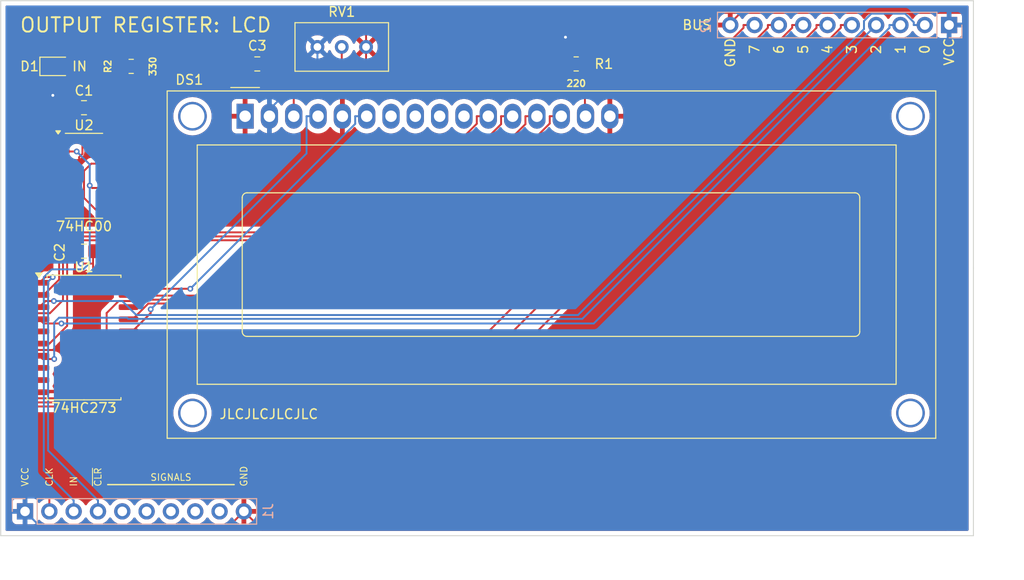
<source format=kicad_pcb>
(kicad_pcb (version 20240108) (generator "pcbnew") (generator_version "8.0")
  (layers (0 "F.Cu" signal) (31 "B.Cu" signal) (34 "B.Paste" user) (35 "F.Paste" user) (36 "B.SilkS" user "B.Silkscreen") (37 "F.SilkS" user "F.Silkscreen") (38 "B.Mask" user) (39 "F.Mask" user) (44 "Edge.Cuts" user))
  (net 0 "")
  (net 1 "VCC")
  (net 2 "GND")
  (net 3 "Net-(D1-A)")
  (net 4 "D2")
  (net 5 "D0")
  (net 7 "D1")
  (net 9 "Net-(DS1-VO)")
  (net 10 "D3")
  (net 11 "D7")
  (net 12 "D6")
  (net 13 "Net-(DS1-LED(+))")
  (net 19 "IN")
  (net 20 "~{CLR}")
  (net 22 "CLK")
  (net 24 "BUS1")
  (net 25 "BUS2")
  (net 26 "BUS3")
  (net 27 "BUS0")
  (net 28 "BUS6")
  (net 29 "BUS7")
  (net 30 "BUS4")
  (net 31 "BUS5")
  (net 32 "Net-(R2-Pad1)")
  (net 35 "Net-(U1-Cp)")
  (net 36 "Net-(U2-Pad3)")
  (net 37 "Net-(U2-Pad12)")
  (footprint "Capacitor_SMD:C_0805_2012Metric" (layer "F.Cu") (at 31.496 31.496 180)
    (property "Reference" "C1" (at 0 1.778 0) (layer "F.SilkS"))
    (property "Value" "C")
    (fp_line (start -0.261252 0.735) (end 0.261252 0.735) (stroke (width 0.12)) (layer "F.SilkS"))
    (fp_line (start -0.261252 -0.735) (end 0.261252 -0.735) (stroke (width 0.12)) (layer "F.SilkS"))
    (pad "1" smd roundrect (at -0.95 0 180) (size 1 1.45) (layers "F.Cu" "F.Paste" "F.Mask") (net 1 "VCC"))
    (pad "2" smd roundrect (at 0.95 0 180) (size 1 1.45) (layers "F.Cu" "F.Paste" "F.Mask") (net 2 "GND"))
  )
  (footprint "Package_SO:SO-14_3.9x8.65mm_P1.27mm" (layer "F.Cu") (at 31.496 38.608)
    (property "Reference" "U2" (at 0 -5.28 0) (layer "F.SilkS"))
    (property "Value" "74HC00" (at 0 5.28 0) (layer "F.SilkS"))
    (fp_line (start 0 -4.435) (end -1.95 -4.435) (stroke (width 0.12)) (layer "F.SilkS"))
    (fp_line (start 0 -4.435) (end 1.95 -4.435) (stroke (width 0.12)) (layer "F.SilkS"))
    (fp_line (start 0 4.435) (end -1.95 4.435) (stroke (width 0.12)) (layer "F.SilkS"))
    (fp_line (start 0 4.435) (end 1.95 4.435) (stroke (width 0.12)) (layer "F.SilkS"))
    (fp_poly (pts (xy -2.7 -4.37) (xy -2.94 -4.7) (xy -2.46 -4.7) (xy -2.7 -4.37)) (stroke (width 0.12)) (fill solid) (layer "F.SilkS"))
    (pad "1" smd roundrect (at -2.475 -3.81) (size 1.95 0.6) (layers "F.Cu" "F.Paste" "F.Mask") (net 22 "CLK"))
    (pad "2" smd roundrect (at -2.475 -2.54) (size 1.95 0.6) (layers "F.Cu" "F.Paste" "F.Mask") (net 19 "IN"))
    (pad "3" smd roundrect (at -2.475 -1.27) (size 1.95 0.6) (layers "F.Cu" "F.Paste" "F.Mask") (net 36 "Net-(U2-Pad3)"))
    (pad "4" smd roundrect (at -2.475 0) (size 1.95 0.6) (layers "F.Cu" "F.Paste" "F.Mask") (net 36 "Net-(U2-Pad3)"))
    (pad "5" smd roundrect (at -2.475 1.27) (size 1.95 0.6) (layers "F.Cu" "F.Paste" "F.Mask") (net 36 "Net-(U2-Pad3)"))
    (pad "6" smd roundrect (at -2.475 2.54) (size 1.95 0.6) (layers "F.Cu" "F.Paste" "F.Mask") (net 35 "Net-(U1-Cp)"))
    (pad "7" smd roundrect (at -2.475 3.81) (size 1.95 0.6) (layers "F.Cu" "F.Paste" "F.Mask") (net 2 "GND"))
    (pad "8" smd roundrect (at 2.475 3.81) (size 1.95 0.6) (layers "F.Cu" "F.Paste" "F.Mask") (net 37 "Net-(U2-Pad12)"))
    (pad "9" smd roundrect (at 2.475 2.54) (size 1.95 0.6) (layers "F.Cu" "F.Paste" "F.Mask") (net 19 "IN"))
    (pad "10" smd roundrect (at 2.475 1.27) (size 1.95 0.6) (layers "F.Cu" "F.Paste" "F.Mask") (net 19 "IN"))
    (pad "11" smd roundrect (at 2.475 0) (size 1.95 0.6) (layers "F.Cu" "F.Paste" "F.Mask") (net 32 "Net-(R2-Pad1)"))
    (pad "12" smd roundrect (at 2.475 -1.27) (size 1.95 0.6) (layers "F.Cu" "F.Paste" "F.Mask") (net 37 "Net-(U2-Pad12)"))
    (pad "13" smd roundrect (at 2.475 -2.54) (size 1.95 0.6) (layers "F.Cu" "F.Paste" "F.Mask") (net 37 "Net-(U2-Pad12)"))
    (pad "14" smd roundrect (at 2.475 -3.81) (size 1.95 0.6) (layers "F.Cu" "F.Paste" "F.Mask") (net 1 "VCC"))
  )
  (footprint "Resistor_SMD:R_0805_2012Metric" (layer "F.Cu") (at 36.4255 27.178 180)
    (property "Reference" "R2" (at 2.4365 0 -90) (layer "F.SilkS") (effects (font (size 0.7 0.7))))
    (property "Value" "330" (at -2.2625 0 -90) (layer "F.SilkS") (effects (font (size 0.7 0.7))))
    (fp_line (start -0.227064 0.735) (end 0.227064 0.735) (stroke (width 0.12)) (layer "F.SilkS"))
    (fp_line (start -0.227064 -0.735) (end 0.227064 -0.735) (stroke (width 0.12)) (layer "F.SilkS"))
    (pad "1" smd roundrect (at -0.9125 0 180) (size 1.025 1.4) (layers "F.Cu" "F.Paste" "F.Mask") (roundrect_rratio 0.243902) (net 32 "Net-(R2-Pad1)"))
    (pad "2" smd roundrect (at 0.9125 0 180) (size 1.025 1.4) (layers "F.Cu" "F.Paste" "F.Mask") (roundrect_rratio 0.243902) (net 3 "Net-(D1-A)"))
  )
  (footprint "Potentiometer_THT:Potentiometer_Bourns_3296W_Vertical" (layer "F.Cu") (at 60.96 25.146)
    (property "Reference" "RV1" (at -2.54 -3.66 0) (layer "F.SilkS"))
    (property "Value" "10k")
    (fp_line (start -7.425 -2.53) (end -7.425 2.54) (stroke (width 0.12)) (layer "F.SilkS"))
    (fp_line (start -7.425 -2.53) (end 2.345 -2.53) (stroke (width 0.12)) (layer "F.SilkS"))
    (fp_line (start -7.425 2.54) (end 2.345 2.54) (stroke (width 0.12)) (layer "F.SilkS"))
    (fp_line (start 2.345 -2.53) (end 2.345 2.54) (stroke (width 0.12)) (layer "F.SilkS"))
    (pad "1" thru_hole circle (at 0 0) (size 1.44 1.44) (drill 0.8) (layers "*.Cu" "*.Mask") (net 2 "GND"))
    (pad "2" thru_hole circle (at -2.54 0) (size 1.44 1.44) (drill 0.8) (layers "*.Cu" "*.Mask") (net 9 "Net-(DS1-VO)"))
    (pad "3" thru_hole circle (at -5.08 0) (size 1.44 1.44) (drill 0.8) (layers "*.Cu" "*.Mask") (net 1 "VCC"))
  )
  (footprint "Capacitor_SMD:C_0805_2012Metric" (layer "F.Cu") (at 31.496 46.482 180)
    (property "Reference" "C2" (at 2.54 -0.127 90) (layer "F.SilkS"))
    (property "Value" "C")
    (fp_line (start -0.261252 0.735) (end 0.261252 0.735) (stroke (width 0.12)) (layer "F.SilkS"))
    (fp_line (start -0.261252 -0.735) (end 0.261252 -0.735) (stroke (width 0.12)) (layer "F.SilkS"))
    (pad "1" smd roundrect (at -0.95 0 180) (size 1 1.45) (layers "F.Cu" "F.Paste" "F.Mask") (net 1 "VCC"))
    (pad "2" smd roundrect (at 0.95 0 180) (size 1 1.45) (layers "F.Cu" "F.Paste" "F.Mask") (net 2 "GND"))
  )
  (footprint "Capacitor_SMD:C_0805_2012Metric" (layer "F.Cu") (at 49.596 26.924 180)
    (property "Reference" "C3" (at 0 1.905 180) (layer "F.SilkS"))
    (property "Value" "C")
    (fp_line (start -0.261252 0.735) (end 0.261252 0.735) (stroke (width 0.12)) (layer "F.SilkS"))
    (fp_line (start -0.261252 -0.735) (end 0.261252 -0.735) (stroke (width 0.12)) (layer "F.SilkS"))
    (pad "1" smd roundrect (at -0.95 0 180) (size 1 1.45) (layers "F.Cu" "F.Paste" "F.Mask") (net 1 "VCC"))
    (pad "2" smd roundrect (at 0.95 0 180) (size 1 1.45) (layers "F.Cu" "F.Paste" "F.Mask") (net 2 "GND"))
  )
  (footprint "LED_SMD:LED_0805_2012Metric" (layer "F.Cu") (at 28.5735 27.178)
    (property "Reference" "D1" (at -1.685 0 0) (layer "F.SilkS") (effects (justify right)))
    (property "Value" "IN" (at 2.4615 0 0) (layer "F.SilkS"))
    (fp_line (start -1.685 -0.96) (end -1.685 0.96) (stroke (width 0.12)) (layer "F.SilkS"))
    (fp_line (start -1.685 0.96) (end 1 0.96) (stroke (width 0.12)) (layer "F.SilkS"))
    (fp_line (start 1 -0.96) (end -1.685 -0.96) (stroke (width 0.12)) (layer "F.SilkS"))
    (pad "1" smd roundrect (at -0.9375 0) (size 0.975 1.4) (layers "F.Cu" "F.Paste" "F.Mask") (net 2 "GND"))
    (pad "2" smd roundrect (at 0.9375 0) (size 0.975 1.4) (layers "F.Cu" "F.Paste" "F.Mask") (net 3 "Net-(D1-A)"))
  )
  (footprint "Package_SO:SOIC-20W_7.5x12.8mm_P1.27mm" (layer "F.Cu") (at 31.496 55.499)
    (property "Reference" "U1" (at 0 -7.35 0) (layer "F.SilkS"))
    (property "Value" "74HC273" (at 0 7.35 0) (layer "F.SilkS"))
    (fp_line (start -3.86 -6.51) (end -3.86 -6.275) (stroke (width 0.12)) (layer "F.SilkS"))
    (fp_line (start -3.86 6.51) (end -3.86 6.275) (stroke (width 0.12)) (layer "F.SilkS"))
    (fp_line (start 0 -6.51) (end -3.86 -6.51) (stroke (width 0.12)) (layer "F.SilkS"))
    (fp_line (start 0 -6.51) (end 3.86 -6.51) (stroke (width 0.12)) (layer "F.SilkS"))
    (fp_line (start 0 6.51) (end -3.86 6.51) (stroke (width 0.12)) (layer "F.SilkS"))
    (fp_line (start 0 6.51) (end 3.86 6.51) (stroke (width 0.12)) (layer "F.SilkS"))
    (fp_line (start 3.86 -6.51) (end 3.86 -6.275) (stroke (width 0.12)) (layer "F.SilkS"))
    (fp_line (start 3.86 6.51) (end 3.86 6.275) (stroke (width 0.12)) (layer "F.SilkS"))
    (fp_poly (pts (xy -4.7125 -6.275) (xy -5.0525 -6.745) (xy -4.3725 -6.745) (xy -4.7125 -6.275)) (stroke (width 0.12)) (fill solid) (layer "F.SilkS"))
    (pad "1" smd roundrect (at -4.65 -5.715) (size 2.05 0.6) (layers "F.Cu" "F.Paste" "F.Mask") (net 20 "~{CLR}"))
    (pad "2" smd roundrect (at -4.65 -4.445) (size 2.05 0.6) (layers "F.Cu" "F.Paste" "F.Mask") (net 5 "D0"))
    (pad "3" smd roundrect (at -4.65 -3.175) (size 2.05 0.6) (layers "F.Cu" "F.Paste" "F.Mask") (net 27 "BUS0"))
    (pad "4" smd roundrect (at -4.65 -1.905) (size 2.05 0.6) (layers "F.Cu" "F.Paste" "F.Mask") (net 24 "BUS1"))
    (pad "5" smd roundrect (at -4.65 -0.635) (size 2.05 0.6) (layers "F.Cu" "F.Paste" "F.Mask") (net 7 "D1"))
    (pad "6" smd roundrect (at -4.65 0.635) (size 2.05 0.6) (layers "F.Cu" "F.Paste" "F.Mask") (net 4 "D2"))
    (pad "7" smd roundrect (at -4.65 1.905) (size 2.05 0.6) (layers "F.Cu" "F.Paste" "F.Mask") (net 25 "BUS2"))
    (pad "8" smd roundrect (at -4.65 3.175) (size 2.05 0.6) (layers "F.Cu" "F.Paste" "F.Mask") (net 26 "BUS3"))
    (pad "9" smd roundrect (at -4.65 4.445) (size 2.05 0.6) (layers "F.Cu" "F.Paste" "F.Mask") (net 10 "D3"))
    (pad "10" smd roundrect (at -4.65 5.715) (size 2.05 0.6) (layers "F.Cu" "F.Paste" "F.Mask") (net 2 "GND"))
    (pad "11" smd roundrect (at 4.65 5.715) (size 2.05 0.6) (layers "F.Cu" "F.Paste" "F.Mask") (net 35 "Net-(U1-Cp)"))
    (pad "12" smd roundrect (at 4.65 4.445) (size 2.05 0.6) (layers "F.Cu" "F.Paste" "F.Mask"))
    (pad "13" smd roundrect (at 4.65 3.175) (size 2.05 0.6) (layers "F.Cu" "F.Paste" "F.Mask") (net 30 "BUS4"))
    (pad "14" smd roundrect (at 4.65 1.905) (size 2.05 0.6) (layers "F.Cu" "F.Paste" "F.Mask") (net 31 "BUS5"))
    (pad "15" smd roundrect (at 4.65 0.635) (size 2.05 0.6) (layers "F.Cu" "F.Paste" "F.Mask"))
    (pad "16" smd roundrect (at 4.65 -0.635) (size 2.05 0.6) (layers "F.Cu" "F.Paste" "F.Mask") (net 12 "D6"))
    (pad "17" smd roundrect (at 4.65 -1.905) (size 2.05 0.6) (layers "F.Cu" "F.Paste" "F.Mask") (net 28 "BUS6"))
    (pad "18" smd roundrect (at 4.65 -3.175) (size 2.05 0.6) (layers "F.Cu" "F.Paste" "F.Mask") (net 29 "BUS7"))
    (pad "19" smd roundrect (at 4.65 -4.445) (size 2.05 0.6) (layers "F.Cu" "F.Paste" "F.Mask") (net 11 "D7"))
    (pad "20" smd roundrect (at 4.65 -5.715) (size 2.05 0.6) (layers "F.Cu" "F.Paste" "F.Mask") (net 1 "VCC"))
  )
  (footprint "Display:WC1602A" (layer "F.Cu") (at 48.325 32.385)
    (property "Reference" "DS1" (at -5.82 -3.81 0) (layer "F.SilkS"))
    (property "Value" "WC1602A")
    (fp_line (start -8.14 -2.64) (end -8.14 33.64) (stroke (width 0.12)) (layer "F.SilkS"))
    (fp_line (start -8.14 33.64) (end 72.14 33.64) (stroke (width 0.12)) (layer "F.SilkS"))
    (fp_line (start -8.13 -2.64) (end -7.34 -2.64) (stroke (width 0.12)) (layer "F.SilkS"))
    (fp_line (start -5 3) (end 68 3) (stroke (width 0.12)) (layer "F.SilkS"))
    (fp_line (start -5 28) (end -5 3) (stroke (width 0.12)) (layer "F.SilkS"))
    (fp_line (start -1.5 -3) (end 1.5 -3) (stroke (width 0.12)) (layer "F.SilkS"))
    (fp_line (start -0.29972 22.49932) (end -0.29972 8.5) (stroke (width 0.12)) (layer "F.SilkS"))
    (fp_line (start 0.2 8) (end 63.7 8) (stroke (width 0.12)) (layer "F.SilkS"))
    (fp_line (start 63.70066 23) (end 0.2 23) (stroke (width 0.12)) (layer "F.SilkS"))
    (fp_line (start 64.2 8.5) (end 64.2 22.5) (stroke (width 0.12)) (layer "F.SilkS"))
    (fp_line (start 68 3) (end 68 28) (stroke (width 0.12)) (layer "F.SilkS"))
    (fp_line (start 68 28) (end -5 28) (stroke (width 0.12)) (layer "F.SilkS"))
    (fp_line (start 72.14 -2.64) (end -7.34 -2.64) (stroke (width 0.12)) (layer "F.SilkS"))
    (fp_line (start 72.14 33.64) (end 72.14 -2.64) (stroke (width 0.12)) (layer "F.SilkS"))
    (fp_arc (start -0.29972 8.49884) (mid -0.153162 8.145018) (end 0.20066 7.99846) (stroke (width 0.12)) (layer "F.SilkS"))
    (fp_arc (start 0.20066 22.9997) (mid -0.153162 22.853142) (end -0.29972 22.49932) (stroke (width 0.12)) (layer "F.SilkS"))
    (fp_arc (start 63.7 8) (mid 64.053553 8.146447) (end 64.2 8.5) (stroke (width 0.12)) (layer "F.SilkS"))
    (fp_arc (start 64.20104 22.49932) (mid 64.054473 22.853115) (end 63.70066 22.9997) (stroke (width 0.12)) (layer "F.SilkS"))
    (pad "" thru_hole circle (at -5.4991 0) (size 3 3) (drill 2.5) (layers "*.Cu" "*.Mask"))
    (pad "" thru_hole circle (at -5.4991 31.0007) (size 3 3) (drill 2.5) (layers "*.Cu" "*.Mask"))
    (pad "" thru_hole circle (at 69.49948 31.0007) (size 3 3) (drill 2.5) (layers "*.Cu" "*.Mask"))
    (pad "" thru_hole circle (at 69.5 0) (size 3 3) (drill 2.5) (layers "*.Cu" "*.Mask"))
    (pad "1" thru_hole rect (at 0 0) (size 1.8 2.6) (drill 1.2) (layers "*.Cu" "*.Mask") (net 2 "GND"))
    (pad "2" thru_hole oval (at 2.54 0) (size 1.8 2.6) (drill 1.2) (layers "*.Cu" "*.Mask") (net 1 "VCC"))
    (pad "3" thru_hole oval (at 5.08 0) (size 1.8 2.6) (drill 1.2) (layers "*.Cu" "*.Mask") (net 9 "Net-(DS1-VO)"))
    (pad "4" thru_hole oval (at 7.62 0) (size 1.8 2.6) (drill 1.2) (layers "*.Cu" "*.Mask") (net 12 "D6"))
    (pad "5" thru_hole oval (at 10.16 0) (size 1.8 2.6) (drill 1.2) (layers "*.Cu" "*.Mask") (net 2 "GND"))
    (pad "6" thru_hole oval (at 12.7 0) (size 1.8 2.6) (drill 1.2) (layers "*.Cu" "*.Mask") (net 11 "D7"))
    (pad "7" thru_hole oval (at 15.24 0) (size 1.8 2.6) (drill 1.2) (layers "*.Cu" "*.Mask"))
    (pad "8" thru_hole oval (at 17.78 0) (size 1.8 2.6) (drill 1.2) (layers "*.Cu" "*.Mask"))
    (pad "9" thru_hole oval (at 20.32 0) (size 1.8 2.6) (drill 1.2) (layers "*.Cu" "*.Mask"))
    (pad "10" thru_hole oval (at 22.86 0) (size 1.8 2.6) (drill 1.2) (layers "*.Cu" "*.Mask"))
    (pad "11" thru_hole oval (at 25.4 0) (size 1.8 2.6) (drill 1.2) (layers "*.Cu" "*.Mask") (net 5 "D0"))
    (pad "12" thru_hole oval (at 27.94 0) (size 1.8 2.6) (drill 1.2) (layers "*.Cu" "*.Mask") (net 7 "D1"))
    (pad "13" thru_hole oval (at 30.48 0) (size 1.8 2.6) (drill 1.2) (layers "*.Cu" "*.Mask") (net 4 "D2"))
    (pad "14" thru_hole oval (at 33.02 0) (size 1.8 2.6) (drill 1.2) (layers "*.Cu" "*.Mask") (net 10 "D3"))
    (pad "15" thru_hole oval (at 35.56 0) (size 1.8 2.6) (drill 1.2) (layers "*.Cu" "*.Mask") (net 13 "Net-(DS1-LED(+))"))
    (pad "16" thru_hole oval (at 38.1 0) (size 1.8 2.6) (drill 1.2) (layers "*.Cu" "*.Mask") (net 2 "GND"))
  )
  (footprint "Resistor_SMD:R_0805_2012Metric" (layer "F.Cu") (at 82.9075 26.924 180)
    (property "Reference" "R1" (at -2.8975 0 0) (layer "F.SilkS"))
    (property "Value" "220" (at 0 -2.032 0) (layer "F.SilkS") (effects (font (size 0.7 0.7))))
    (fp_line (start -0.227064 0.735) (end 0.227064 0.735) (stroke (width 0.12)) (layer "F.SilkS"))
    (fp_line (start -0.227064 -0.735) (end 0.227064 -0.735) (stroke (width 0.12)) (layer "F.SilkS"))
    (pad "1" smd roundrect (at -0.9125 0 180) (size 1.025 1.4) (layers "F.Cu" "F.Paste" "F.Mask") (roundrect_rratio 0.243902) (net 13 "Net-(DS1-LED(+))"))
    (pad "2" smd roundrect (at 0.9125 0 180) (size 1.025 1.4) (layers "F.Cu" "F.Paste" "F.Mask") (roundrect_rratio 0.243902) (net 1 "VCC"))
  )
  (footprint "Connector_PinHeader_2.54mm:PinHeader_1x10_P2.54mm_Vertical" (layer "B.Cu") (at 25.338 73.66 -90)
    (property "Reference" "J1" (at 0 -25.4 90) (layer "B.SilkS") (effects (justify mirror)))
    (property "Value" "SIGNALS" (at -3.556 -15.24 0) (layer "F.SilkS") (effects (font (size 0.7 0.7) (thickness 0.1))))
    (fp_line (start -1.33 1.33) (end -1.33 0) (stroke (width 0.12)) (layer "B.SilkS"))
    (fp_line (start 0 1.33) (end -1.33 1.33) (stroke (width 0.12)) (layer "B.SilkS"))
    (fp_line (start 1.33 -1.27) (end -1.33 -1.27) (stroke (width 0.12)) (layer "B.SilkS"))
    (fp_line (start -1.33 -24.19) (end -1.33 -1.27) (stroke (width 0.12)) (layer "B.SilkS"))
    (fp_line (start 1.33 -24.19) (end 1.33 -1.27) (stroke (width 0.12)) (layer "B.SilkS"))
    (fp_line (start 1.33 -24.19) (end -1.33 -24.19) (stroke (width 0.12)) (layer "B.SilkS"))
    (pad "1" thru_hole rect (at 0 0 270) (size 1.7 1.7) (drill 1) (layers "*.Cu" "*.Mask") (net 1 "VCC"))
    (pad "2" thru_hole oval (at 0 -2.54 270) (size 1.7 1.7) (drill 1) (layers "*.Cu" "*.Mask") (net 22 "CLK"))
    (pad "3" thru_hole oval (at 0 -5.08 270) (size 1.7 1.7) (drill 1) (layers "*.Cu" "*.Mask") (net 19 "IN"))
    (pad "4" thru_hole oval (at 0 -7.62 270) (size 1.7 1.7) (drill 1) (layers "*.Cu" "*.Mask") (net 20 "~{CLR}"))
    (pad "5" thru_hole oval (at 0 -10.16 270) (size 1.7 1.7) (drill 1) (layers "*.Cu" "*.Mask"))
    (pad "6" thru_hole oval (at 0 -12.7 270) (size 1.7 1.7) (drill 1) (layers "*.Cu" "*.Mask"))
    (pad "7" thru_hole oval (at 0 -15.24 270) (size 1.7 1.7) (drill 1) (layers "*.Cu" "*.Mask"))
    (pad "8" thru_hole oval (at 0 -17.78 270) (size 1.7 1.7) (drill 1) (layers "*.Cu" "*.Mask"))
    (pad "9" thru_hole oval (at 0 -20.32 270) (size 1.7 1.7) (drill 1) (layers "*.Cu" "*.Mask"))
    (pad "10" thru_hole oval (at 0 -22.86 270) (size 1.7 1.7) (drill 1) (layers "*.Cu" "*.Mask") (net 2 "GND"))
  )
  (footprint "Connector_PinHeader_2.54mm:PinHeader_1x10_P2.54mm_Vertical" (layer "B.Cu") (at 121.858 22.86 90)
    (property "Reference" "J2" (at 0 -25.4 90) (layer "B.SilkS") (effects (justify mirror)))
    (property "Value" "BUS" (at 0 -27.94 180) (layer "F.SilkS") (effects (justify left)))
    (fp_line (start 1.33 -24.19) (end -1.33 -24.19) (stroke (width 0.12)) (layer "B.SilkS"))
    (fp_line (start 1.33 -24.19) (end 1.33 -1.27) (stroke (width 0.12)) (layer "B.SilkS"))
    (fp_line (start -1.33 -24.19) (end -1.33 -1.27) (stroke (width 0.12)) (layer "B.SilkS"))
    (fp_line (start 1.33 -1.27) (end -1.33 -1.27) (stroke (width 0.12)) (layer "B.SilkS"))
    (fp_line (start 0 1.33) (end -1.33 1.33) (stroke (width 0.12)) (layer "B.SilkS"))
    (fp_line (start -1.33 1.33) (end -1.33 0) (stroke (width 0.12)) (layer "B.SilkS"))
    (pad "1" thru_hole rect (at 0 0 90) (size 1.7 1.7) (drill 1) (layers "*.Cu" "*.Mask") (net 1 "VCC"))
    (pad "2" thru_hole oval (at 0 -2.54 90) (size 1.7 1.7) (drill 1) (layers "*.Cu" "*.Mask") (net 27 "BUS0"))
    (pad "3" thru_hole oval (at 0 -5.08 90) (size 1.7 1.7) (drill 1) (layers "*.Cu" "*.Mask") (net 24 "BUS1"))
    (pad "4" thru_hole oval (at 0 -7.62 90) (size 1.7 1.7) (drill 1) (layers "*.Cu" "*.Mask") (net 25 "BUS2"))
    (pad "5" thru_hole oval (at 0 -10.16 90) (size 1.7 1.7) (drill 1) (layers "*.Cu" "*.Mask") (net 26 "BUS3"))
    (pad "6" thru_hole oval (at 0 -12.7 90) (size 1.7 1.7) (drill 1) (layers "*.Cu" "*.Mask") (net 30 "BUS4"))
    (pad "7" thru_hole oval (at 0 -15.24 90) (size 1.7 1.7) (drill 1) (layers "*.Cu" "*.Mask") (net 31 "BUS5"))
    (pad "8" thru_hole oval (at 0 -17.78 90) (size 1.7 1.7) (drill 1) (layers "*.Cu" "*.Mask") (net 28 "BUS6"))
    (pad "9" thru_hole oval (at 0 -20.32 90) (size 1.7 1.7) (drill 1) (layers "*.Cu" "*.Mask") (net 29 "BUS7"))
    (pad "10" thru_hole oval (at 0 -22.86 90) (size 1.7 1.7) (drill 1) (layers "*.Cu" "*.Mask") (net 2 "GND"))
  )
  (gr_line (start 33.974 70.866) (end 47.182 70.866) (stroke (width 0.15)) (layer "F.SilkS"))
  (gr_line (start 22.798 48.26) (end 22.798 20.32) (stroke (width 0.1)) (layer "Edge.Cuts"))
  (gr_line (start 22.798 20.32) (end 124.398 20.32) (stroke (width 0.1)) (layer "Edge.Cuts"))
  (gr_line (start 22.798 48.26) (end 22.798 76.2) (stroke (width 0.1)) (layer "Edge.Cuts"))
  (gr_line (start 124.398 20.32) (end 124.398 48.26) (stroke (width 0.1)) (layer "Edge.Cuts"))
  (gr_line (start 124.398 48.26) (end 124.398 76.2) (stroke (width 0.1)) (layer "Edge.Cuts"))
  (gr_line (start 124.398 76.2) (end 22.798 76.2) (stroke (width 0.1)) (layer "Edge.Cuts"))
  (gr_text "CLK" (at 27.878 71.12 90) (layer "F.SilkS") (effects (font (size 0.7 0.7) (thickness 0.1)) (justify left)))
  (gr_text "JLCJLCJLCJLC" (at 50.8 63.5 0) (layer "F.SilkS") (effects (font (size 1 1))))
  (gr_text "6" (at 104.078 25.4 90) (layer "F.SilkS") (effects (font (size 1 1))))
  (gr_text "GND" (at 48.198 71.12 90) (layer "F.SilkS") (effects (font (size 0.7 0.7) (thickness 0.1)) (justify left)))
  (gr_text "~{CLR}" (at 32.958 71.12 90) (layer "F.SilkS") (effects (font (size 0.7 0.7) (thickness 0.1)) (justify left)))
  (gr_text "2" (at 114.238 25.4 90) (layer "F.SilkS") (effects (font (size 1 1))))
  (gr_text "7" (at 101.538 25.4 90) (layer "F.SilkS") (effects (font (size 1 1))))
  (gr_text "VCC" (at 121.858 24.13 90) (layer "F.SilkS") (effects (font (size 1 1)) (justify right)))
  (gr_text "1" (at 116.778 25.4 90) (layer "F.SilkS") (effects (font (size 1 1))))
  (gr_text "IN" (at 30.418 71.12 90) (layer "F.SilkS") (effects (font (size 0.7 0.7) (thickness 0.1)) (justify left)))
  (gr_text "VCC" (at 25.338 71.12 90) (layer "F.SilkS") (effects (font (size 0.7 0.7) (thickness 0.1)) (justify left)))
  (gr_text "5" (at 106.618 25.4 90) (layer "F.SilkS") (effects (font (size 1 1))))
  (gr_text "3" (at 111.698 25.4 90) (layer "F.SilkS") (effects (font (size 1 1))))
  (gr_text "0" (at 119.318 25.4 90) (layer "F.SilkS") (effects (font (size 1 1))))
  (gr_text "4" (at 109.158 25.4 90) (layer "F.SilkS") (effects (font (size 1 1))))
  (gr_text "GND" (at 98.998 24.13 90) (layer "F.SilkS") (effects (font (size 1 1)) (justify right)))
  (gr_text "OUTPUT REGISTER: LCD" (at 24.703 22.86 0) (layer "F.SilkS") (effects (font (size 1.5 1.5) (thickness 0.2)) (justify left)))
  (segment (start 32.446 31.8689) (end 30.7816 30.2045) (width 0.2) (layer "F.Cu") (net 1))
  (segment (start 32.446 34.478) (end 32.766 34.798) (width 0.2) (layer "F.Cu") (net 1))
  (segment (start 32.446 32.1601) (end 32.446 31.8689) (width 0.2) (layer "F.Cu") (net 1))
  (segment (start 50.546 26.924) (end 50.546 30.226) (width 0.2) (layer "F.Cu") (net 1))
  (segment (start 32.446 47.7773) (end 32.446 48.956) (width 0.2) (layer "F.Cu") (net 1))
  (segment (start 50.865 30.545) (end 50.865 32.385) (width 0.2) (layer "F.Cu") (net 1))
  (segment (start 32.446 32.1601) (end 32.446 34.478) (width 0.2) (layer "F.Cu") (net 1))
  (segment (start 31.1737 47.7773) (end 32.446 47.7773) (width 0.2) (layer "F.Cu") (net 1))
  (segment (start 32.766 34.798) (end 33.971 34.798) (width 0.2) (layer "F.Cu") (net 1))
  (segment (start 81.995 24.337) (end 81.788 24.13) (width 0.2) (layer "F.Cu") (net 1))
  (segment (start 50.546 30.226) (end 50.865 30.545) (width 0.2) (layer "F.Cu") (net 1))
  (segment (start 32.446 46.482) (end 32.446 47.7773) (width 0.2) (layer "F.Cu") (net 1))
  (segment (start 30.7816 30.2045) (end 28.2419 30.2045) (width 0.2) (layer "F.Cu") (net 1))
  (segment (start 81.995 26.924) (end 81.995 24.337) (width 0.2) (layer "F.Cu") (net 1))
  (segment (start 32.446 31.496) (end 32.446 32.1601) (width 0.2) (layer "F.Cu") (net 1))
  (segment (start 33.274 49.784) (end 36.146 49.784) (width 0.2) (layer "F.Cu") (net 1))
  (segment (start 32.446 48.956) (end 33.274 49.784) (width 0.2) (layer "F.Cu") (net 1))
  (via (at 81.788 24.13) (size 0.6) (drill 0.3) (layers "F.Cu" "B.Cu") (net 1))
  (via (at 28.2419 30.2045) (size 0.6) (drill 0.3) (layers "F.Cu" "B.Cu") (net 1))
  (via (at 31.1737 47.7773) (size 0.6) (drill 0.3) (layers "F.Cu" "B.Cu") (net 1))
  (segment (start 50.865 29.907) (end 50.865 31.685) (width 0.2) (layer "B.Cu") (net 1))
  (segment (start 52.324 22.444) (end 52.324 27.94) (width 0.2) (layer "B.Cu") (net 1))
  (segment (start 121.504 20.92) (end 121.92 21.336) (width 0.2) (layer "B.Cu") (net 1))
  (segment (start 120.142 75.184) (end 26.862 75.184) (width 0.2) (layer "B.Cu") (net 1))
  (segment (start 78.578 20.92) (end 78.232 20.92) (width 0.2) (layer "B.Cu") (net 1))
  (segment (start 28.2419 30.2045) (end 23.622 30.2045) (width 0.2) (layer "B.Cu") (net 1))
  (segment (start 81.788 24.13) (end 78.578 20.92) (width 0.2) (layer "B.Cu") (net 1))
  (segment (start 121.858 73.468) (end 120.142 75.184) (width 0.2) (layer "B.Cu") (net 1))
  (segment (start 121.92 21.336) (end 121.858 21.398) (width 0.2) (layer "B.Cu") (net 1))
  (segment (start 23.622 30.2045) (end 23.622 22.352) (width 0.2) (layer "B.Cu") (net 1))
  (segment (start 23.622 47.6608) (end 31.0572 47.6608) (width 0.2) (layer "B.Cu") (net 1))
  (segment (start 25.338 73.66) (end 25.338 72.328) (width 0.2) (layer "B.Cu") (net 1))
  (segment (start 121.858 21.398) (end 121.858 22.86) (width 0.2) (layer "B.Cu") (net 1))
  (segment (start 51.308 29.464) (end 50.865 29.907) (width 0.2) (layer "B.Cu") (net 1))
  (segment (start 121.858 22.86) (end 121.858 73.468) (width 0.2) (layer "B.Cu") (net 1))
  (segment (start 50.865 32.385) (end 50.865 31.685) (width 0.2) (layer "B.Cu") (net 1))
  (segment (start 23.622 47.6608) (end 23.622 30.2045) (width 0.2) (layer "B.Cu") (net 1))
  (segment (start 23.622 70.358) (end 23.622 47.6608) (width 0.2) (layer "B.Cu") (net 1))
  (segment (start 51.308 28.956) (end 51.308 29.464) (width 0.2) (layer "B.Cu") (net 1))
  (segment (start 50.865 31.685) (end 55.88 26.67) (width 0.2) (layer "B.Cu") (net 1))
  (segment (start 24.13 70.866) (end 23.622 70.358) (width 0.2) (layer "B.Cu") (net 1))
  (segment (start 55.88 26.67) (end 55.88 25.146) (width 0.2) (layer "B.Cu") (net 1))
  (segment (start 31.0572 47.6608) (end 31.1737 47.7773) (width 0.2) (layer "B.Cu") (net 1))
  (segment (start 25.054 20.92) (end 50.8 20.92) (width 0.2) (layer "B.Cu") (net 1))
  (segment (start 50.8 20.92) (end 78.232 20.92) (width 0.2) (layer "B.Cu") (net 1))
  (segment (start 50.8 20.92) (end 52.324 22.444) (width 0.2) (layer "B.Cu") (net 1))
  (segment (start 26.862 75.184) (end 25.338 73.66) (width 0.2) (layer "B.Cu") (net 1))
  (segment (start 78.578 20.92) (end 121.504 20.92) (width 0.2) (layer "B.Cu") (net 1))
  (segment (start 50.865 31.685) (end 50.865 32.385) (width 0.2) (layer "B.Cu") (net 1))
  (segment (start 52.324 27.94) (end 51.308 28.956) (width 0.2) (layer "B.Cu") (net 1))
  (segment (start 78.232 20.92) (end 78.578 20.92) (width 0.2) (layer "B.Cu") (net 1))
  (segment (start 25.338 72.328) (end 24.13 71.12) (width 0.2) (layer "B.Cu") (net 1))
  (segment (start 23.622 22.352) (end 25.054 20.92) (width 0.2) (layer "B.Cu") (net 1))
  (segment (start 24.13 71.12) (end 24.13 70.866) (width 0.2) (layer "B.Cu") (net 1))
  (segment (start 30.988 21.336) (end 27.636 24.688) (width 0.2) (layer "F.Cu") (net 2))
  (segment (start 62.738 21.59) (end 51.562 21.59) (width 0.2) (layer "F.Cu") (net 2))
  (segment (start 60.96 25.146) (end 60.96 27.178) (width 0.2) (layer "F.Cu") (net 2))
  (segment (start 98.998 22.668) (end 98.998 22.86) (width 0.2) (layer "F.Cu") (net 2))
  (segment (start 23.476 22.844) (end 25.146 21.174) (width 0.2) (layer "F.Cu") (net 2))
  (segment (start 25.0909 56.0487) (end 25.0909 46.3481) (width 0.2) (layer "F.Cu") (net 2))
  (segment (start 25.0909 46.3481) (end 29.021 42.418) (width 0.2) (layer "F.Cu") (net 2))
  (segment (start 30.734 61.214) (end 26.846 61.214) (width 0.2) (layer "F.Cu") (net 2))
  (segment (start 30.988 36.6625) (end 30.988 42.418) (width 0.2) (layer "F.Cu") (net 2))
  (segment (start 27.94 31.496) (end 30.546 31.496) (width 0.2) (layer "F.Cu") (net 2))
  (segment (start 48.646 24.506) (end 48.646 26.924) (width 0.2) (layer "F.Cu") (net 2))
  (segment (start 122.936 73.66) (end 123.698 72.898) (width 0.2) (layer "F.Cu") (net 2))
  (segment (start 27.636 27.178) (end 27.636 31.192) (width 0.2) (layer "F.Cu") (net 2))
  (segment (start 30.546 31.496) (end 30.546 32.578) (width 0.2) (layer "F.Cu") (net 2))
  (segment (start 50.138 75.6) (end 121.504 75.6) (width 0.2) (layer "F.Cu") (net 2))
  (segment (start 30.826 20.92) (end 31.242 21.336) (width 0.2) (layer "F.Cu") (net 2))
  (segment (start 58.485 29.653) (end 58.485 32.385) (width 0.2) (layer "F.Cu") (net 2))
  (segment (start 25.146 21.174) (end 25.146 20.92) (width 0.2) (layer "F.Cu") (net 2))
  (segment (start 88.646 21.59) (end 86.425 23.811) (width 0.2) (layer "F.Cu") (net 2))
  (segment (start 30.988 42.418) (end 29.021 42.418) (width 0.2) (layer "F.Cu") (net 2))
  (segment (start 31.334 33.366) (end 31.334 36.3165) (width 0.2) (layer "F.Cu") (net 2))
  (segment (start 30.546 48.326) (end 31.496 49.276) (width 0.2) (layer "F.Cu") (net 2))
  (segment (start 121.504 75.6) (end 122.936 74.168) (width 0.2) (layer "F.Cu") (net 2))
  (segment (start 24.13 75.438) (end 23.476 74.784) (width 0.2) (layer "F.Cu") (net 2))
  (segment (start 86.425 23.811) (end 86.425 32.385) (width 0.2) (layer "F.Cu") (net 2))
  (segment (start 25.8454 56.8032) (end 25.0909 56.0487) (width 0.2) (layer "F.Cu") (net 2))
  (segment (start 31.496 56.8032) (end 25.8454 56.8032) (width 0.2) (layer "F.Cu") (net 2))
  (segment (start 30.546 46.482) (end 30.546 48.326) (width 0.2) (layer "F.Cu") (net 2))
  (segment (start 27.636 24.688) (end 27.636 27.178) (width 0.2) (layer "F.Cu") (net 2))
  (segment (start 62.738 21.59) (end 60.96 23.368) (width 0.2) (layer "F.Cu") (net 2))
  (segment (start 100.076 21.59) (end 88.646 21.59) (width 0.2) (layer "F.Cu") (net 2))
  (segment (start 122.936 74.168) (end 122.936 73.66) (width 0.2) (layer "F.Cu") (net 2))
  (segment (start 51.308 21.336) (end 31.242 21.336) (width 0.2) (layer "F.Cu") (net 2))
  (segment (start 48.325 30.669) (end 48.514 30.48) (width 0.2) (layer "F.Cu") (net 2))
  (segment (start 30.546 32.578) (end 31.334 33.366) (width 0.2) (layer "F.Cu") (net 2))
  (segment (start 100.076 21.59) (end 98.998 22.668) (width 0.2) (layer "F.Cu") (net 2))
  (segment (start 23.476 74.784) (end 23.476 22.844) (width 0.2) (layer "F.Cu") (net 2))
  (segment (start 31.334 36.3165) (end 30.988 36.6625) (width 0.2) (layer "F.Cu") (net 2))
  (segment (start 60.96 27.178) (end 58.485 29.653) (width 0.2) (layer "F.Cu") (net 2))
  (segment (start 25.146 20.92) (end 30.826 20.92) (width 0.2) (layer "F.Cu") (net 2))
  (segment (start 31.496 60.452) (end 30.734 61.214) (width 0.2) (layer "F.Cu") (net 2))
  (segment (start 123.698 72.898) (end 123.698 21.844) (width 0.2) (layer "F.Cu") (net 2))
  (segment (start 48.325 32.385) (end 48.325 30.669) (width 0.2) (layer "F.Cu") (net 2))
  (segment (start 46.42 75.438) (end 24.13 75.438) (width 0.2) (layer "F.Cu") (net 2))
  (segment (start 31.496 49.276) (end 31.496 56.8032) (width 0.2) (layer "F.Cu") (net 2))
  (segment (start 123.698 21.844) (end 123.444 21.59) (width 0.2) (layer "F.Cu") (net 2))
  (segment (start 51.562 21.59) (end 48.646 24.506) (width 0.2) (layer "F.Cu") (net 2))
  (segment (start 48.198 73.66) (end 50.138 75.6) (width 0.2) (layer "F.Cu") (net 2))
  (segment (start 48.198 73.66) (end 46.42 75.438) (width 0.2) (layer "F.Cu") (net 2))
  (segment (start 31.242 21.336) (end 30.988 21.336) (width 0.2) (layer "F.Cu") (net 2))
  (segment (start 123.444 21.59) (end 100.076 21.59) (width 0.2) (layer "F.Cu") (net 2))
  (segment (start 48.514 30.226) (end 48.646 30.094) (width 0.2) (layer "F.Cu") (net 2))
  (segment (start 51.562 21.59) (end 51.308 21.336) (width 0.2) (layer "F.Cu") (net 2))
  (segment (start 48.646 30.094) (end 48.646 26.924) (width 0.2) (layer "F.Cu") (net 2))
  (segment (start 48.514 30.48) (end 48.514 30.226) (width 0.2) (layer "F.Cu") (net 2))
  (segment (start 27.636 31.192) (end 27.94 31.496) (width 0.2) (layer "F.Cu") (net 2))
  (segment (start 31.496 56.8032) (end 31.496 60.452) (width 0.2) (layer "F.Cu") (net 2))
  (segment (start 88.646 21.59) (end 62.738 21.59) (width 0.2) (layer "F.Cu") (net 2))
  (segment (start 60.96 23.368) (end 60.96 25.146) (width 0.2) (layer "F.Cu") (net 2))
  (segment (start 29.511 27.178) (end 35.513 27.178) (width 0.2) (layer "F.Cu") (net 3))
  (segment (start 27.8867 56.134) (end 29.7377 54.283) (width 0.2) (layer "F.Cu") (net 4))
  (segment (start 78.805 32.385) (end 77.6049 32.385) (width 0.2) (layer "F.Cu") (net 4))
  (segment (start 29.7377 45.776) (end 30.173 45.3407) (width 0.2) (layer "F.Cu") (net 4))
  (segment (start 65.4743 45.3407) (end 77.6049 33.2101) (width 0.2) (layer "F.Cu") (net 4))
  (segment (start 26.846 56.134) (end 27.8867 56.134) (width 0.2) (layer "F.Cu") (net 4))
  (segment (start 29.7377 54.283) (end 29.7377 45.776) (width 0.2) (layer "F.Cu") (net 4))
  (segment (start 77.6049 33.2101) (end 77.6049 32.385) (width 0.2) (layer "F.Cu") (net 4))
  (segment (start 30.173 45.3407) (end 65.4743 45.3407) (width 0.2) (layer "F.Cu") (net 4))
  (segment (start 61.1812 44.5138) (end 72.5249 33.1701) (width 0.2) (layer "F.Cu") (net 5))
  (segment (start 29.8682 44.5138) (end 61.1812 44.5138) (width 0.2) (layer "F.Cu") (net 5))
  (segment (start 73.725 32.385) (end 72.5249 32.385) (width 0.2) (layer "F.Cu") (net 5))
  (segment (start 28.9008 45.4812) (end 29.8682 44.5138) (width 0.2) (layer "F.Cu") (net 5))
  (segment (start 72.5249 33.1701) (end 72.5249 32.385) (width 0.2) (layer "F.Cu") (net 5))
  (segment (start 28.9008 49.4471) (end 28.9008 45.4812) (width 0.2) (layer "F.Cu") (net 5))
  (segment (start 27.2939 51.054) (end 28.9008 49.4471) (width 0.2) (layer "F.Cu") (net 5))
  (segment (start 26.846 51.054) (end 27.2939 51.054) (width 0.2) (layer "F.Cu") (net 5))
  (segment (start 30.0073 44.9405) (end 63.3345 44.9405) (width 0.2) (layer "F.Cu") (net 7))
  (segment (start 27.9374 52.959) (end 29.301 51.5954) (width 0.2) (layer "F.Cu") (net 7))
  (segment (start 26.365 54.864) (end 25.5096 54.0086) (width 0.2) (layer "F.Cu") (net 7))
  (segment (start 29.301 45.6468) (end 30.0073 44.9405) (width 0.2) (layer "F.Cu") (net 7))
  (segment (start 25.5096 54.0086) (end 25.5096 53.2238) (width 0.2) (layer "F.Cu") (net 7))
  (segment (start 63.3345 44.9405) (end 75.0649 33.2101) (width 0.2) (layer "F.Cu") (net 7))
  (segment (start 26.846 54.864) (end 26.365 54.864) (width 0.2) (layer "F.Cu") (net 7))
  (segment (start 25.5096 53.2238) (end 25.7744 52.959) (width 0.2) (layer "F.Cu") (net 7))
  (segment (start 29.301 51.5954) (end 29.301 45.6468) (width 0.2) (layer "F.Cu") (net 7))
  (segment (start 76.265 32.385) (end 75.0649 32.385) (width 0.2) (layer "F.Cu") (net 7))
  (segment (start 25.7744 52.959) (end 27.9374 52.959) (width 0.2) (layer "F.Cu") (net 7))
  (segment (start 75.0649 33.2101) (end 75.0649 32.385) (width 0.2) (layer "F.Cu") (net 7))
  (segment (start 58.42 28.194) (end 56.896 29.718) (width 0.2) (layer "F.Cu") (net 9))
  (segment (start 58.42 25.146) (end 58.42 28.194) (width 0.2) (layer "F.Cu") (net 9))
  (segment (start 54.102 29.718) (end 53.405 30.415) (width 0.2) (layer "F.Cu") (net 9))
  (segment (start 53.405 30.415) (end 53.405 32.385) (width 0.2) (layer "F.Cu") (net 9))
  (segment (start 56.896 29.718) (end 54.102 29.718) (width 0.2) (layer "F.Cu") (net 9))
  (segment (start 33.8621 58.6938) (end 30.7105 61.8454) (width 0.2) (layer "F.Cu") (net 10))
  (segment (start 80.1449 32.385) (end 80.1449 33.1437) (width 0.2) (layer "F.Cu") (net 10))
  (segment (start 37.3463 51.689) (end 35.1187 51.689) (width 0.2) (layer "F.Cu") (net 10))
  (segment (start 37.9112 51.1241) (end 37.3463 51.689) (width 0.2) (layer "F.Cu") (net 10))
  (segment (start 26.4138 59.944) (end 26.846 59.944) (width 0.2) (layer "F.Cu") (net 10))
  (segment (start 25.4854 61.5223) (end 25.4854 60.8724) (width 0.2) (layer "F.Cu") (net 10))
  (segment (start 62.1645 51.1241) (end 37.9112 51.1241) (width 0.2) (layer "F.Cu") (net 10))
  (segment (start 25.8085 61.8454) (end 25.4854 61.5223) (width 0.2) (layer "F.Cu") (net 10))
  (segment (start 35.1187 51.689) (end 33.8621 52.9456) (width 0.2) (layer "F.Cu") (net 10))
  (segment (start 25.4854 60.8724) (end 26.4138 59.944) (width 0.2) (layer "F.Cu") (net 10))
  (segment (start 81.345 32.385) (end 80.1449 32.385) (width 0.2) (layer "F.Cu") (net 10))
  (segment (start 33.8621 52.9456) (end 33.8621 58.6938) (width 0.2) (layer "F.Cu") (net 10))
  (segment (start 30.7105 61.8454) (end 25.8085 61.8454) (width 0.2) (layer "F.Cu") (net 10))
  (segment (start 80.1449 33.1437) (end 62.1645 51.1241) (width 0.2) (layer "F.Cu") (net 10))
  (segment (start 36.146 51.054) (end 36.7932 50.4068) (width 0.2) (layer "F.Cu") (net 11))
  (segment (start 36.7932 50.4068) (end 42.6021 50.4068) (width 0.2) (layer "F.Cu") (net 11))
  (via (at 42.6021 50.4068) (size 0.6) (drill 0.3) (layers "F.Cu" "B.Cu") (net 11))
  (segment (start 59.8249 32.385) (end 59.8249 33.184) (width 0.2) (layer "B.Cu") (net 11))
  (segment (start 61.025 32.385) (end 59.8249 32.385) (width 0.2) (layer "B.Cu") (net 11))
  (segment (start 59.8249 33.184) (end 42.6021 50.4068) (width 0.2) (layer "B.Cu") (net 11))
  (segment (start 36.146 54.864) (end 36.5442 54.864) (width 0.2) (layer "F.Cu") (net 12))
  (segment (start 38.4651 52.9431) (end 38.4651 52.5503) (width 0.2) (layer "F.Cu") (net 12))
  (segment (start 36.5442 54.864) (end 38.4651 52.9431) (width 0.2) (layer "F.Cu") (net 12))
  (via (at 38.4651 52.5503) (size 0.6) (drill 0.3) (layers "F.Cu" "B.Cu") (net 12))
  (segment (start 54.7449 32.385) (end 54.7449 36.2705) (width 0.2) (layer "B.Cu") (net 12))
  (segment (start 55.945 32.385) (end 54.7449 32.385) (width 0.2) (layer "B.Cu") (net 12))
  (segment (start 54.7449 36.2705) (end 38.4651 52.5503) (width 0.2) (layer "B.Cu") (net 12))
  (segment (start 83.82 32.32) (end 83.885 32.385) (width 0.2) (layer "F.Cu") (net 13))
  (segment (start 83.82 26.924) (end 83.82 32.32) (width 0.2) (layer "F.Cu") (net 13))
  (segment (start 30.734 36.068) (end 29.021 36.068) (width 0.2) (layer "F.Cu") (net 19))
  (segment (start 33.971 39.878) (end 32.35 39.878) (width 0.2) (layer "F.Cu") (net 19))
  (segment (start 33.971 39.878) (end 33.971 41.148) (width 0.2) (layer "F.Cu") (net 19))
  (segment (start 32.35 39.878) (end 32.096 39.624) (width 0.2) (layer "F.Cu") (net 19))
  (via (at 30.734 36.068) (size 0.6) (drill 0.3) (layers "F.Cu" "B.Cu") (net 19))
  (via (at 32.096 39.624) (size 0.6) (drill 0.3) (layers "F.Cu" "B.Cu") (net 19))
  (segment (start 27.2991 69.391) (end 30.418 72.5099) (width 0.2) (layer "B.Cu") (net 19))
  (segment (start 30.418 73.66) (end 30.418 72.5099) (width 0.2) (layer "B.Cu") (net 19))
  (segment (start 32.096 37.43) (end 30.734 36.068) (width 0.2) (layer "B.Cu") (net 19))
  (segment (start 27.2991 49.1984) (end 27.2991 69.391) (width 0.2) (layer "B.Cu") (net 19))
  (segment (start 31.4239 48.3803) (end 28.1172 48.3803) (width 0.2) (layer "B.Cu") (net 19))
  (segment (start 32.096 39.624) (end 32.096 47.7082) (width 0.2) (layer "B.Cu") (net 19))
  (segment (start 32.096 47.7082) (end 31.4239 48.3803) (width 0.2) (layer "B.Cu") (net 19))
  (segment (start 28.1172 48.3803) (end 27.2991 49.1984) (width 0.2) (layer "B.Cu") (net 19))
  (segment (start 32.096 39.624) (end 32.096 37.43) (width 0.2) (layer "B.Cu") (net 19))
  (segment (start 27.4385 49.1915) (end 28.2317 49.1915) (width 0.2) (layer "F.Cu") (net 20))
  (segment (start 26.846 49.784) (end 27.4385 49.1915) (width 0.2) (layer "F.Cu") (net 20))
  (via (at 28.2317 49.1915) (size 0.6) (drill 0.3) (layers "F.Cu" "B.Cu") (net 20))
  (segment (start 32.958 72.5099) (end 27.7482 67.3001) (width 0.2) (layer "B.Cu") (net 20))
  (segment (start 32.958 73.66) (end 32.958 72.5099) (width 0.2) (layer "B.Cu") (net 20))
  (segment (start 27.7482 49.675) (end 28.2317 49.1915) (width 0.2) (layer "B.Cu") (net 20))
  (segment (start 27.7482 67.3001) (end 27.7482 49.675) (width 0.2) (layer "B.Cu") (net 20))
  (segment (start 29.021 34.798) (end 26.924 34.798) (width 0.2) (layer "F.Cu") (net 22))
  (segment (start 26.924 34.798) (end 23.876 37.846) (width 0.2) (layer "F.Cu") (net 22))
  (segment (start 23.876 37.846) (end 23.876 67.818) (width 0.2) (layer "F.Cu") (net 22))
  (segment (start 23.876 67.818) (end 27.878 71.82) (width 0.2) (layer "F.Cu") (net 22))
  (segment (start 27.878 71.82) (end 27.878 73.66) (width 0.2) (layer "F.Cu") (net 22))
  (segment (start 27.2864 54.0344) (end 26.846 53.594) (width 0.2) (layer "F.Cu") (net 24))
  (segment (start 29.1376 54.0344) (end 27.2864 54.0344) (width 0.2) (layer "F.Cu") (net 24))
  (via (at 29.1376 54.0344) (size 0.6) (drill 0.3) (layers "F.Cu" "B.Cu") (net 24))
  (segment (start 84.741 54.0344) (end 29.1376 54.0344) (width 0.2) (layer "B.Cu") (net 24))
  (segment (start 115.6279 23.1475) (end 84.741 54.0344) (width 0.2) (layer "B.Cu") (net 24))
  (segment (start 116.778 22.86) (end 115.6279 22.86) (width 0.2) (layer "B.Cu") (net 24))
  (segment (start 115.6279 22.86) (end 115.6279 23.1475) (width 0.2) (layer "B.Cu") (net 24))
  (segment (start 26.846 57.404) (end 27.1888 57.7468) (width 0.2) (layer "F.Cu") (net 25))
  (segment (start 27.1888 57.7468) (end 28.385 57.7468) (width 0.2) (layer "F.Cu") (net 25))
  (via (at 28.385 57.7468) (size 0.6) (drill 0.3) (layers "F.Cu" "B.Cu") (net 25))
  (segment (start 35.9982 53.4325) (end 28.8885 53.4325) (width 0.2) (layer "B.Cu") (net 25))
  (segment (start 28.8885 53.4325) (end 28.385 53.936) (width 0.2) (layer "B.Cu") (net 25))
  (segment (start 114.238 22.86) (end 83.5473 53.5507) (width 0.2) (layer "B.Cu") (net 25))
  (segment (start 28.385 53.936) (end 28.385 57.7468) (width 0.2) (layer "B.Cu") (net 25))
  (segment (start 36.1164 53.5507) (end 35.9982 53.4325) (width 0.2) (layer "B.Cu") (net 25))
  (segment (start 83.5473 53.5507) (end 36.1164 53.5507) (width 0.2) (layer "B.Cu") (net 25))
  (segment (start 25.0746 60.0052) (end 26.4058 58.674) (width 0.2) (layer "F.Cu") (net 26))
  (segment (start 25.6673 62.2762) (end 25.0746 61.6835) (width 0.2) (layer "F.Cu") (net 26))
  (segment (start 111.698 22.86) (end 110.5479 22.86) (width 0.2) (layer "F.Cu") (net 26))
  (segment (start 31.2632 62.2762) (end 25.6673 62.2762) (width 0.2) (layer "F.Cu") (net 26))
  (segment (start 73.1164 60.579) (end 32.9604 60.579) (width 0.2) (layer "F.Cu") (net 26))
  (segment (start 25.0746 61.6835) (end 25.0746 60.0052) (width 0.2) (layer "F.Cu") (net 26))
  (segment (start 32.9604 60.579) (end 31.2632 62.2762) (width 0.2) (layer "F.Cu") (net 26))
  (segment (start 110.5479 23.1475) (end 73.1164 60.579) (width 0.2) (layer "F.Cu") (net 26))
  (segment (start 26.4058 58.674) (end 26.846 58.674) (width 0.2) (layer "F.Cu") (net 26))
  (segment (start 110.5479 22.86) (end 110.5479 23.1475) (width 0.2) (layer "F.Cu") (net 26))
  (segment (start 26.846 52.324) (end 27.481 51.689) (width 0.2) (layer "F.Cu") (net 27))
  (segment (start 27.481 51.689) (end 28.3484 51.689) (width 0.2) (layer "F.Cu") (net 27))
  (via (at 28.3484 51.689) (size 0.6) (drill 0.3) (layers "F.Cu" "B.Cu") (net 27))
  (segment (start 118.1679 22.86) (end 118.1679 22.5725) (width 0.2) (layer "B.Cu") (net 27))
  (segment (start 117.2658 21.6704) (end 113.7359 21.6704) (width 0.2) (layer "B.Cu") (net 27))
  (segment (start 119.318 22.86) (end 118.1679 22.86) (width 0.2) (layer "B.Cu") (net 27))
  (segment (start 113.7359 21.6704) (end 112.968 22.4383) (width 0.2) (layer "B.Cu") (net 27))
  (segment (start 118.1679 22.5725) (end 117.2658 21.6704) (width 0.2) (layer "B.Cu") (net 27))
  (segment (start 112.968 22.4383) (end 112.968 23.2826) (width 0.2) (layer "B.Cu") (net 27))
  (segment (start 112.968 23.2826) (end 83.1001 53.1505) (width 0.2) (layer "B.Cu") (net 27))
  (segment (start 83.1001 53.1505) (end 36.9563 53.1505) (width 0.2) (layer "B.Cu") (net 27))
  (segment (start 35.4948 51.689) (end 28.3484 51.689) (width 0.2) (layer "B.Cu") (net 27))
  (segment (start 36.9563 53.1505) (end 35.4948 51.689) (width 0.2) (layer "B.Cu") (net 27))
  (segment (start 102.9279 22.86) (end 102.9279 23.1475) (width 0.2) (layer "F.Cu") (net 28))
  (segment (start 74.1252 51.9502) (end 38.2167 51.9502) (width 0.2) (layer "F.Cu") (net 28))
  (segment (start 38.2167 51.9502) (end 36.5729 53.594) (width 0.2) (layer "F.Cu") (net 28))
  (segment (start 104.078 22.86) (end 102.9279 22.86) (width 0.2) (layer "F.Cu") (net 28))
  (segment (start 36.5729 53.594) (end 36.146 53.594) (width 0.2) (layer "F.Cu") (net 28))
  (segment (start 102.9279 23.1475) (end 74.1252 51.9502) (width 0.2) (layer "F.Cu") (net 28))
  (segment (start 38.0526 51.5484) (end 37.277 52.324) (width 0.2) (layer "F.Cu") (net 29))
  (segment (start 100.3879 22.86) (end 100.3879 23.1475) (width 0.2) (layer "F.Cu") (net 29))
  (segment (start 100.3879 23.1475) (end 71.987 51.5484) (width 0.2) (layer "F.Cu") (net 29))
  (segment (start 37.277 52.324) (end 36.146 52.324) (width 0.2) (layer "F.Cu") (net 29))
  (segment (start 101.538 22.86) (end 100.3879 22.86) (width 0.2) (layer "F.Cu") (net 29))
  (segment (start 71.987 51.5484) (end 38.0526 51.5484) (width 0.2) (layer "F.Cu") (net 29))
  (segment (start 72.4814 58.674) (end 36.146 58.674) (width 0.2) (layer "F.Cu") (net 30))
  (segment (start 108.0079 22.86) (end 108.0079 23.1475) (width 0.2) (layer "F.Cu") (net 30))
  (segment (start 109.158 22.86) (end 108.0079 22.86) (width 0.2) (layer "F.Cu") (net 30))
  (segment (start 108.0079 23.1475) (end 72.4814 58.674) (width 0.2) (layer "F.Cu") (net 30))
  (segment (start 71.2114 57.404) (end 36.146 57.404) (width 0.2) (layer "F.Cu") (net 31))
  (segment (start 105.4679 22.86) (end 105.4679 23.1475) (width 0.2) (layer "F.Cu") (net 31))
  (segment (start 105.4679 23.1475) (end 71.2114 57.404) (width 0.2) (layer "F.Cu") (net 31))
  (segment (start 106.618 22.86) (end 105.4679 22.86) (width 0.2) (layer "F.Cu") (net 31))
  (segment (start 37.338 38.1) (end 36.83 38.608) (width 0.2) (layer "F.Cu") (net 32))
  (segment (start 37.338 27.178) (end 37.338 38.1) (width 0.2) (layer "F.Cu") (net 32))
  (segment (start 36.83 38.608) (end 33.971 38.608) (width 0.2) (layer "F.Cu") (net 32))
  (segment (start 24.6599 45.0928) (end 28.6047 41.148) (width 0.2) (layer "F.Cu") (net 35))
  (segment (start 24.6599 61.8353) (end 24.6599 45.0928) (width 0.2) (layer "F.Cu") (net 35))
  (segment (start 34.656 62.704) (end 25.5286 62.704) (width 0.2) (layer "F.Cu") (net 35))
  (segment (start 28.6047 41.148) (end 29.021 41.148) (width 0.2) (layer "F.Cu") (net 35))
  (segment (start 36.146 61.214) (end 34.656 62.704) (width 0.2) (layer "F.Cu") (net 35))
  (segment (start 25.5286 62.704) (end 24.6599 61.8353) (width 0.2) (layer "F.Cu") (net 35))
  (segment (start 29.021 38.608) (end 29.021 39.878) (width 0.2) (layer "F.Cu") (net 36))
  (segment (start 29.021 37.338) (end 29.021 38.608) (width 0.2) (layer "F.Cu") (net 36))
  (segment (start 33.971 36.068) (end 33.971 37.338) (width 0.2) (layer "F.Cu") (net 37))
  (segment (start 33.971 42.418) (end 32.996 42.418) (width 0.2) (layer "F.Cu") (net 37))
  (segment (start 32.258 37.338) (end 33.971 37.338) (width 0.2) (layer "F.Cu") (net 37))
  (segment (start 31.496 40.918) (end 31.496 38.1) (width 0.2) (layer "F.Cu") (net 37))
  (segment (start 32.996 42.418) (end 31.496 40.918) (width 0.2) (layer "F.Cu") (net 37))
  (segment (start 31.496 38.1) (end 32.258 37.338) (width 0.2) (layer "F.Cu") (net 37))
  (zone (net 2) (net_name "GND") (layer "F.Cu") (connect_pads (clearance 0.5)) (min_thickness 0.25) (fill yes (thermal_gap 0.5) (thermal_bridge_width 0.5))
    (polygon (pts (xy 22.86 20.32) (xy 124.46 20.32) (xy 124.46 76.2) (xy 22.86 76.2)))
  )
  (zone (net 1) (net_name "VCC") (layer "B.Cu") (connect_pads (clearance 0.5)) (min_thickness 0.25) (fill yes (thermal_gap 0.5) (thermal_bridge_width 0.5))
    (polygon (pts (xy 22.86 20.32) (xy 124.46 20.32) (xy 124.46 76.2) (xy 22.86 76.2)))
  )
)
</source>
